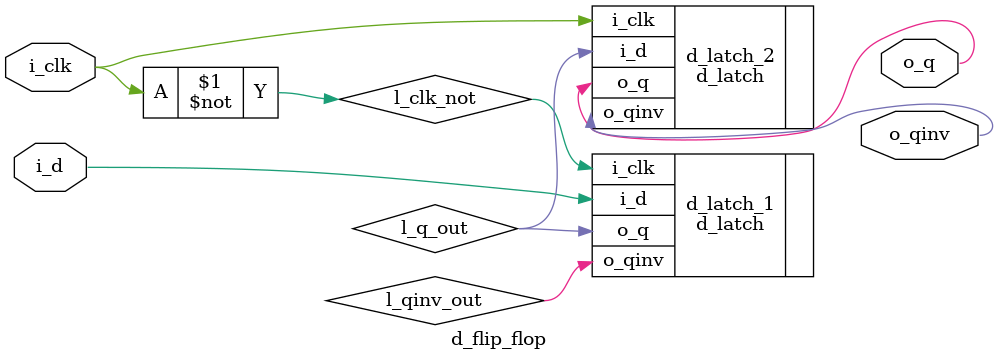
<source format=sv>
module d_flip_flop( input logic i_d,
                    input logic i_clk,
                    output logic o_q,
                    output logic o_qinv);

    logic l_clk_not, l_q_out, l_qinv_out;
    
    assign l_clk_not = ~i_clk; //iverted CLK Signal for first D-Latch
   
    d_latch d_latch_1(.i_clk(l_clk_not), .i_d(i_d), .o_q(l_q_out), .o_qinv(l_qinv_out));
                         
    d_latch d_latch_2(.i_clk(i_clk), .i_d(l_q_out), .o_q(o_q), .o_qinv(o_qinv));
                                           
endmodule

/*
 * D-FlipFlop stores one bit information 
 * it has 2 Inputs: Data (D) and ClockSignal (CLK)
 * the outputs Q and -Q match with the value of the internal state
 * internal state is set to the data signal D, whenever CLK changes from LOW to HIGH --> rising edge triggered
 * Output gets set 1, if D is 1 and there is a rising edge after or at the same time 
*/

</source>
